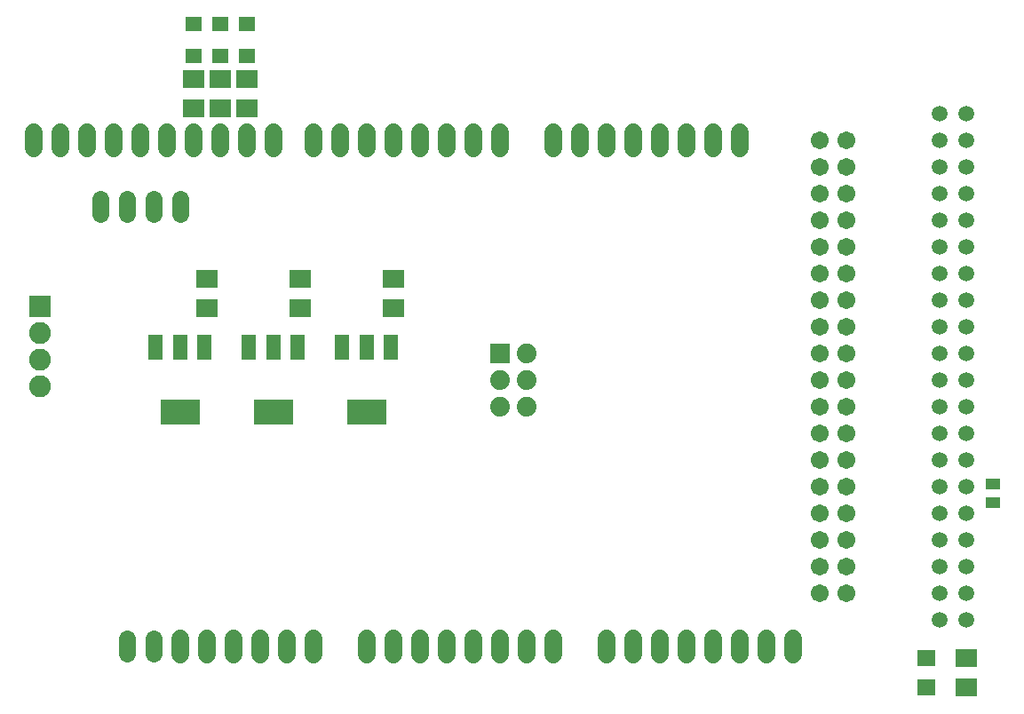
<source format=gts>
G75*
%MOIN*%
%OFA0B0*%
%FSLAX25Y25*%
%IPPOS*%
%LPD*%
%AMOC8*
5,1,8,0,0,1.08239X$1,22.5*
%
%ADD10R,0.06312X0.05524*%
%ADD11R,0.07887X0.07099*%
%ADD12R,0.07099X0.06312*%
%ADD13R,0.08200X0.08200*%
%ADD14C,0.08200*%
%ADD15R,0.05600X0.09600*%
%ADD16R,0.14973X0.09461*%
%ADD17R,0.05524X0.03950*%
%ADD18C,0.06737*%
%ADD19C,0.06737*%
%ADD20C,0.06400*%
%ADD21C,0.07400*%
%ADD22R,0.07400X0.07400*%
%ADD23C,0.05950*%
D10*
X0071000Y0250878D03*
X0081000Y0250878D03*
X0091000Y0250878D03*
X0091000Y0262689D03*
X0081000Y0262689D03*
X0071000Y0262689D03*
D11*
X0071000Y0242295D03*
X0081000Y0242295D03*
X0091000Y0242295D03*
X0091000Y0231272D03*
X0081000Y0231272D03*
X0071000Y0231272D03*
X0076000Y0167295D03*
X0076000Y0156272D03*
X0111000Y0156272D03*
X0111000Y0167295D03*
X0146000Y0167295D03*
X0146000Y0156272D03*
X0361000Y0024795D03*
X0361000Y0013772D03*
D12*
X0346000Y0013772D03*
X0346000Y0024795D03*
D13*
X0013500Y0156783D03*
D14*
X0013500Y0146783D03*
X0013500Y0136783D03*
X0013500Y0126783D03*
D15*
X0056900Y0141483D03*
X0066000Y0141483D03*
X0075100Y0141483D03*
X0091900Y0141483D03*
X0101000Y0141483D03*
X0110100Y0141483D03*
X0126900Y0141483D03*
X0136000Y0141483D03*
X0145100Y0141483D03*
D16*
X0136000Y0117083D03*
X0101000Y0117083D03*
X0066000Y0117083D03*
D17*
X0371000Y0090327D03*
X0371000Y0083240D03*
D18*
X0296000Y0032252D02*
X0296000Y0026315D01*
X0286000Y0026315D02*
X0286000Y0032252D01*
X0276000Y0032252D02*
X0276000Y0026315D01*
X0266000Y0026315D02*
X0266000Y0032252D01*
X0256000Y0032252D02*
X0256000Y0026315D01*
X0246000Y0026315D02*
X0246000Y0032252D01*
X0236000Y0032252D02*
X0236000Y0026315D01*
X0226000Y0026315D02*
X0226000Y0032252D01*
X0206000Y0032252D02*
X0206000Y0026315D01*
X0196000Y0026315D02*
X0196000Y0032252D01*
X0186000Y0032252D02*
X0186000Y0026315D01*
X0176000Y0026315D02*
X0176000Y0032252D01*
X0166000Y0032252D02*
X0166000Y0026315D01*
X0156000Y0026315D02*
X0156000Y0032252D01*
X0146000Y0032252D02*
X0146000Y0026315D01*
X0136000Y0026315D02*
X0136000Y0032252D01*
X0116000Y0032252D02*
X0116000Y0026315D01*
X0106000Y0026315D02*
X0106000Y0032252D01*
X0096000Y0032252D02*
X0096000Y0026315D01*
X0086000Y0026315D02*
X0086000Y0032252D01*
X0076000Y0032252D02*
X0076000Y0026315D01*
X0066000Y0026315D02*
X0066000Y0032252D01*
X0061000Y0216315D02*
X0061000Y0222252D01*
X0071000Y0222252D02*
X0071000Y0216315D01*
X0081000Y0216315D02*
X0081000Y0222252D01*
X0091000Y0222252D02*
X0091000Y0216315D01*
X0101000Y0216315D02*
X0101000Y0222252D01*
X0116000Y0222252D02*
X0116000Y0216315D01*
X0126000Y0216315D02*
X0126000Y0222252D01*
X0136000Y0222252D02*
X0136000Y0216315D01*
X0146000Y0216315D02*
X0146000Y0222252D01*
X0156000Y0222252D02*
X0156000Y0216315D01*
X0166000Y0216315D02*
X0166000Y0222252D01*
X0176000Y0222252D02*
X0176000Y0216315D01*
X0186000Y0216315D02*
X0186000Y0222252D01*
X0206000Y0222252D02*
X0206000Y0216315D01*
X0216000Y0216315D02*
X0216000Y0222252D01*
X0226000Y0222252D02*
X0226000Y0216315D01*
X0236000Y0216315D02*
X0236000Y0222252D01*
X0246000Y0222252D02*
X0246000Y0216315D01*
X0256000Y0216315D02*
X0256000Y0222252D01*
X0266000Y0222252D02*
X0266000Y0216315D01*
X0276000Y0216315D02*
X0276000Y0222252D01*
X0051000Y0222252D02*
X0051000Y0216315D01*
X0041000Y0216315D02*
X0041000Y0222252D01*
X0031000Y0222252D02*
X0031000Y0216315D01*
X0021000Y0216315D02*
X0021000Y0222252D01*
X0011000Y0222252D02*
X0011000Y0216315D01*
D19*
X0306000Y0219283D03*
X0306000Y0209283D03*
X0316000Y0209283D03*
X0316000Y0219283D03*
X0316000Y0199283D03*
X0306000Y0199283D03*
X0306000Y0189283D03*
X0306000Y0179283D03*
X0316000Y0179283D03*
X0316000Y0189283D03*
X0316000Y0169283D03*
X0306000Y0169283D03*
X0306000Y0159283D03*
X0306000Y0149283D03*
X0316000Y0149283D03*
X0316000Y0159283D03*
X0316000Y0139283D03*
X0306000Y0139283D03*
X0306000Y0129283D03*
X0306000Y0119283D03*
X0316000Y0119283D03*
X0316000Y0129283D03*
X0316000Y0109283D03*
X0316000Y0099283D03*
X0306000Y0099283D03*
X0306000Y0109283D03*
X0306000Y0089283D03*
X0316000Y0089283D03*
X0316000Y0079283D03*
X0316000Y0069283D03*
X0306000Y0069283D03*
X0306000Y0079283D03*
X0306000Y0059283D03*
X0316000Y0059283D03*
X0316000Y0049283D03*
X0306000Y0049283D03*
D20*
X0046000Y0032083D02*
X0046000Y0026483D01*
X0056000Y0026483D02*
X0056000Y0032083D01*
X0056000Y0191483D02*
X0056000Y0197083D01*
X0046000Y0197083D02*
X0046000Y0191483D01*
X0036000Y0191483D02*
X0036000Y0197083D01*
X0066000Y0197083D02*
X0066000Y0191483D01*
D21*
X0186000Y0129283D03*
X0186000Y0119283D03*
X0196000Y0119283D03*
X0196000Y0129283D03*
X0196000Y0139283D03*
D22*
X0186000Y0139283D03*
D23*
X0351000Y0139283D03*
X0361000Y0139283D03*
X0361000Y0129283D03*
X0351000Y0129283D03*
X0351000Y0119283D03*
X0361000Y0119283D03*
X0361000Y0109283D03*
X0351000Y0109283D03*
X0351000Y0099283D03*
X0361000Y0099283D03*
X0361000Y0089283D03*
X0351000Y0089283D03*
X0351000Y0079283D03*
X0361000Y0079283D03*
X0361000Y0069283D03*
X0351000Y0069283D03*
X0351000Y0059283D03*
X0361000Y0059283D03*
X0361000Y0049283D03*
X0351000Y0049283D03*
X0351000Y0039283D03*
X0361000Y0039283D03*
X0361000Y0149283D03*
X0351000Y0149283D03*
X0351000Y0159283D03*
X0361000Y0159283D03*
X0361000Y0169283D03*
X0351000Y0169283D03*
X0351000Y0179283D03*
X0361000Y0179283D03*
X0361000Y0189283D03*
X0351000Y0189283D03*
X0351000Y0199283D03*
X0361000Y0199283D03*
X0361000Y0209283D03*
X0351000Y0209283D03*
X0351000Y0219283D03*
X0361000Y0219283D03*
X0361000Y0229283D03*
X0351000Y0229283D03*
M02*

</source>
